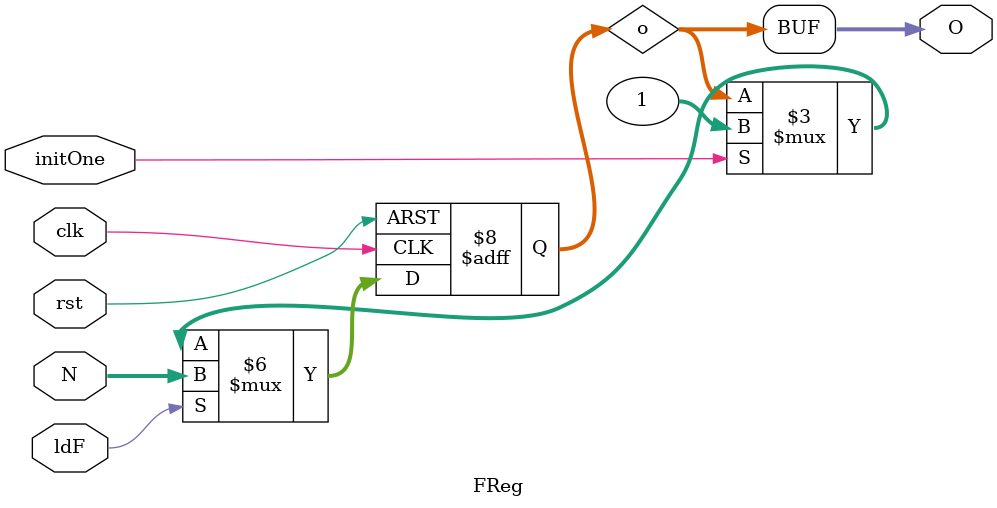
<source format=v>
module FReg(input clk, rst, ldF, initOne, input[31:0] N, output  [31:0] O);
	reg [31:0] o ;
	always@(posedge clk, posedge rst) begin
		if(rst) o <= 32'd0;
		else
			if(ldF) o <= N;
			else if(initOne) o<= 32'd1;
			else o <= o;
	end
	assign O = o;
	
endmodule
</source>
